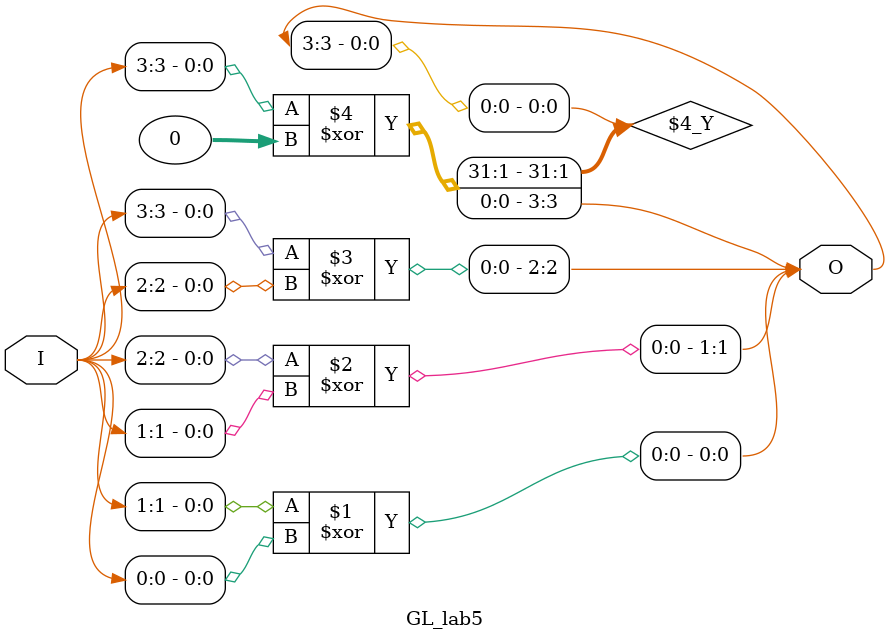
<source format=v>
module GL_lab5(O, I);

input [3:0] I;
output [3:0] O;

xor G0(O[0], I[1], I[0]);
xor G1(O[1], I[2], I[1]);
xor G2(O[2], I[3], I[2]);
xor G3(O[3], I[3], 0);

endmodule

</source>
